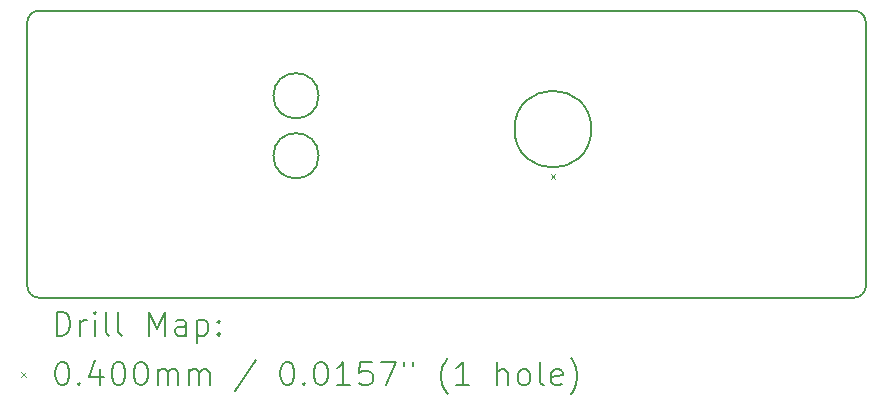
<source format=gbr>
%TF.GenerationSoftware,KiCad,Pcbnew,6.0.7-f9a2dced07~116~ubuntu20.04.1*%
%TF.CreationDate,2022-10-10T13:33:47-07:00*%
%TF.ProjectId,packaged-amp-panel-f,7061636b-6167-4656-942d-616d702d7061,rev?*%
%TF.SameCoordinates,Original*%
%TF.FileFunction,Drillmap*%
%TF.FilePolarity,Positive*%
%FSLAX45Y45*%
G04 Gerber Fmt 4.5, Leading zero omitted, Abs format (unit mm)*
G04 Created by KiCad (PCBNEW 6.0.7-f9a2dced07~116~ubuntu20.04.1) date 2022-10-10 13:33:47*
%MOMM*%
%LPD*%
G01*
G04 APERTURE LIST*
%ADD10C,0.200000*%
%ADD11C,0.040000*%
G04 APERTURE END LIST*
D10*
X10991500Y-10023500D02*
G75*
G03*
X10991500Y-10023500I-191500J0D01*
G01*
X8625000Y-11225000D02*
X15525000Y-11225000D01*
X15525000Y-11225000D02*
G75*
G03*
X15625000Y-11125000I0J100000D01*
G01*
X15625000Y-8895000D02*
G75*
G03*
X15525000Y-8795000I-100000J0D01*
G01*
X13300000Y-9797660D02*
G75*
G03*
X13300000Y-9797660I-325000J0D01*
G01*
X8525000Y-8895000D02*
X8525000Y-11125000D01*
X15525000Y-8795000D02*
X8625000Y-8795000D01*
X15625000Y-11125000D02*
X15625000Y-8895000D01*
X8625000Y-8795000D02*
G75*
G03*
X8525000Y-8895000I0J-100000D01*
G01*
X10991500Y-9515500D02*
G75*
G03*
X10991500Y-9515500I-191500J0D01*
G01*
X8525000Y-11125000D02*
G75*
G03*
X8625000Y-11225000I100000J0D01*
G01*
D11*
X12955000Y-10180000D02*
X12995000Y-10220000D01*
X12995000Y-10180000D02*
X12955000Y-10220000D01*
D10*
X8772619Y-11545476D02*
X8772619Y-11345476D01*
X8820238Y-11345476D01*
X8848810Y-11355000D01*
X8867857Y-11374048D01*
X8877381Y-11393095D01*
X8886905Y-11431190D01*
X8886905Y-11459762D01*
X8877381Y-11497857D01*
X8867857Y-11516905D01*
X8848810Y-11535952D01*
X8820238Y-11545476D01*
X8772619Y-11545476D01*
X8972619Y-11545476D02*
X8972619Y-11412143D01*
X8972619Y-11450238D02*
X8982143Y-11431190D01*
X8991667Y-11421667D01*
X9010714Y-11412143D01*
X9029762Y-11412143D01*
X9096429Y-11545476D02*
X9096429Y-11412143D01*
X9096429Y-11345476D02*
X9086905Y-11355000D01*
X9096429Y-11364524D01*
X9105952Y-11355000D01*
X9096429Y-11345476D01*
X9096429Y-11364524D01*
X9220238Y-11545476D02*
X9201190Y-11535952D01*
X9191667Y-11516905D01*
X9191667Y-11345476D01*
X9325000Y-11545476D02*
X9305952Y-11535952D01*
X9296429Y-11516905D01*
X9296429Y-11345476D01*
X9553571Y-11545476D02*
X9553571Y-11345476D01*
X9620238Y-11488333D01*
X9686905Y-11345476D01*
X9686905Y-11545476D01*
X9867857Y-11545476D02*
X9867857Y-11440714D01*
X9858333Y-11421667D01*
X9839286Y-11412143D01*
X9801190Y-11412143D01*
X9782143Y-11421667D01*
X9867857Y-11535952D02*
X9848810Y-11545476D01*
X9801190Y-11545476D01*
X9782143Y-11535952D01*
X9772619Y-11516905D01*
X9772619Y-11497857D01*
X9782143Y-11478809D01*
X9801190Y-11469286D01*
X9848810Y-11469286D01*
X9867857Y-11459762D01*
X9963095Y-11412143D02*
X9963095Y-11612143D01*
X9963095Y-11421667D02*
X9982143Y-11412143D01*
X10020238Y-11412143D01*
X10039286Y-11421667D01*
X10048810Y-11431190D01*
X10058333Y-11450238D01*
X10058333Y-11507381D01*
X10048810Y-11526428D01*
X10039286Y-11535952D01*
X10020238Y-11545476D01*
X9982143Y-11545476D01*
X9963095Y-11535952D01*
X10144048Y-11526428D02*
X10153571Y-11535952D01*
X10144048Y-11545476D01*
X10134524Y-11535952D01*
X10144048Y-11526428D01*
X10144048Y-11545476D01*
X10144048Y-11421667D02*
X10153571Y-11431190D01*
X10144048Y-11440714D01*
X10134524Y-11431190D01*
X10144048Y-11421667D01*
X10144048Y-11440714D01*
D11*
X8475000Y-11855000D02*
X8515000Y-11895000D01*
X8515000Y-11855000D02*
X8475000Y-11895000D01*
D10*
X8810714Y-11765476D02*
X8829762Y-11765476D01*
X8848810Y-11775000D01*
X8858333Y-11784524D01*
X8867857Y-11803571D01*
X8877381Y-11841667D01*
X8877381Y-11889286D01*
X8867857Y-11927381D01*
X8858333Y-11946428D01*
X8848810Y-11955952D01*
X8829762Y-11965476D01*
X8810714Y-11965476D01*
X8791667Y-11955952D01*
X8782143Y-11946428D01*
X8772619Y-11927381D01*
X8763095Y-11889286D01*
X8763095Y-11841667D01*
X8772619Y-11803571D01*
X8782143Y-11784524D01*
X8791667Y-11775000D01*
X8810714Y-11765476D01*
X8963095Y-11946428D02*
X8972619Y-11955952D01*
X8963095Y-11965476D01*
X8953571Y-11955952D01*
X8963095Y-11946428D01*
X8963095Y-11965476D01*
X9144048Y-11832143D02*
X9144048Y-11965476D01*
X9096429Y-11755952D02*
X9048810Y-11898809D01*
X9172619Y-11898809D01*
X9286905Y-11765476D02*
X9305952Y-11765476D01*
X9325000Y-11775000D01*
X9334524Y-11784524D01*
X9344048Y-11803571D01*
X9353571Y-11841667D01*
X9353571Y-11889286D01*
X9344048Y-11927381D01*
X9334524Y-11946428D01*
X9325000Y-11955952D01*
X9305952Y-11965476D01*
X9286905Y-11965476D01*
X9267857Y-11955952D01*
X9258333Y-11946428D01*
X9248810Y-11927381D01*
X9239286Y-11889286D01*
X9239286Y-11841667D01*
X9248810Y-11803571D01*
X9258333Y-11784524D01*
X9267857Y-11775000D01*
X9286905Y-11765476D01*
X9477381Y-11765476D02*
X9496429Y-11765476D01*
X9515476Y-11775000D01*
X9525000Y-11784524D01*
X9534524Y-11803571D01*
X9544048Y-11841667D01*
X9544048Y-11889286D01*
X9534524Y-11927381D01*
X9525000Y-11946428D01*
X9515476Y-11955952D01*
X9496429Y-11965476D01*
X9477381Y-11965476D01*
X9458333Y-11955952D01*
X9448810Y-11946428D01*
X9439286Y-11927381D01*
X9429762Y-11889286D01*
X9429762Y-11841667D01*
X9439286Y-11803571D01*
X9448810Y-11784524D01*
X9458333Y-11775000D01*
X9477381Y-11765476D01*
X9629762Y-11965476D02*
X9629762Y-11832143D01*
X9629762Y-11851190D02*
X9639286Y-11841667D01*
X9658333Y-11832143D01*
X9686905Y-11832143D01*
X9705952Y-11841667D01*
X9715476Y-11860714D01*
X9715476Y-11965476D01*
X9715476Y-11860714D02*
X9725000Y-11841667D01*
X9744048Y-11832143D01*
X9772619Y-11832143D01*
X9791667Y-11841667D01*
X9801190Y-11860714D01*
X9801190Y-11965476D01*
X9896429Y-11965476D02*
X9896429Y-11832143D01*
X9896429Y-11851190D02*
X9905952Y-11841667D01*
X9925000Y-11832143D01*
X9953571Y-11832143D01*
X9972619Y-11841667D01*
X9982143Y-11860714D01*
X9982143Y-11965476D01*
X9982143Y-11860714D02*
X9991667Y-11841667D01*
X10010714Y-11832143D01*
X10039286Y-11832143D01*
X10058333Y-11841667D01*
X10067857Y-11860714D01*
X10067857Y-11965476D01*
X10458333Y-11755952D02*
X10286905Y-12013095D01*
X10715476Y-11765476D02*
X10734524Y-11765476D01*
X10753571Y-11775000D01*
X10763095Y-11784524D01*
X10772619Y-11803571D01*
X10782143Y-11841667D01*
X10782143Y-11889286D01*
X10772619Y-11927381D01*
X10763095Y-11946428D01*
X10753571Y-11955952D01*
X10734524Y-11965476D01*
X10715476Y-11965476D01*
X10696429Y-11955952D01*
X10686905Y-11946428D01*
X10677381Y-11927381D01*
X10667857Y-11889286D01*
X10667857Y-11841667D01*
X10677381Y-11803571D01*
X10686905Y-11784524D01*
X10696429Y-11775000D01*
X10715476Y-11765476D01*
X10867857Y-11946428D02*
X10877381Y-11955952D01*
X10867857Y-11965476D01*
X10858333Y-11955952D01*
X10867857Y-11946428D01*
X10867857Y-11965476D01*
X11001190Y-11765476D02*
X11020238Y-11765476D01*
X11039286Y-11775000D01*
X11048810Y-11784524D01*
X11058333Y-11803571D01*
X11067857Y-11841667D01*
X11067857Y-11889286D01*
X11058333Y-11927381D01*
X11048810Y-11946428D01*
X11039286Y-11955952D01*
X11020238Y-11965476D01*
X11001190Y-11965476D01*
X10982143Y-11955952D01*
X10972619Y-11946428D01*
X10963095Y-11927381D01*
X10953571Y-11889286D01*
X10953571Y-11841667D01*
X10963095Y-11803571D01*
X10972619Y-11784524D01*
X10982143Y-11775000D01*
X11001190Y-11765476D01*
X11258333Y-11965476D02*
X11144048Y-11965476D01*
X11201190Y-11965476D02*
X11201190Y-11765476D01*
X11182143Y-11794048D01*
X11163095Y-11813095D01*
X11144048Y-11822619D01*
X11439286Y-11765476D02*
X11344048Y-11765476D01*
X11334524Y-11860714D01*
X11344048Y-11851190D01*
X11363095Y-11841667D01*
X11410714Y-11841667D01*
X11429762Y-11851190D01*
X11439286Y-11860714D01*
X11448809Y-11879762D01*
X11448809Y-11927381D01*
X11439286Y-11946428D01*
X11429762Y-11955952D01*
X11410714Y-11965476D01*
X11363095Y-11965476D01*
X11344048Y-11955952D01*
X11334524Y-11946428D01*
X11515476Y-11765476D02*
X11648809Y-11765476D01*
X11563095Y-11965476D01*
X11715476Y-11765476D02*
X11715476Y-11803571D01*
X11791667Y-11765476D02*
X11791667Y-11803571D01*
X12086905Y-12041667D02*
X12077381Y-12032143D01*
X12058333Y-12003571D01*
X12048809Y-11984524D01*
X12039286Y-11955952D01*
X12029762Y-11908333D01*
X12029762Y-11870238D01*
X12039286Y-11822619D01*
X12048809Y-11794048D01*
X12058333Y-11775000D01*
X12077381Y-11746428D01*
X12086905Y-11736905D01*
X12267857Y-11965476D02*
X12153571Y-11965476D01*
X12210714Y-11965476D02*
X12210714Y-11765476D01*
X12191667Y-11794048D01*
X12172619Y-11813095D01*
X12153571Y-11822619D01*
X12505952Y-11965476D02*
X12505952Y-11765476D01*
X12591667Y-11965476D02*
X12591667Y-11860714D01*
X12582143Y-11841667D01*
X12563095Y-11832143D01*
X12534524Y-11832143D01*
X12515476Y-11841667D01*
X12505952Y-11851190D01*
X12715476Y-11965476D02*
X12696428Y-11955952D01*
X12686905Y-11946428D01*
X12677381Y-11927381D01*
X12677381Y-11870238D01*
X12686905Y-11851190D01*
X12696428Y-11841667D01*
X12715476Y-11832143D01*
X12744048Y-11832143D01*
X12763095Y-11841667D01*
X12772619Y-11851190D01*
X12782143Y-11870238D01*
X12782143Y-11927381D01*
X12772619Y-11946428D01*
X12763095Y-11955952D01*
X12744048Y-11965476D01*
X12715476Y-11965476D01*
X12896428Y-11965476D02*
X12877381Y-11955952D01*
X12867857Y-11936905D01*
X12867857Y-11765476D01*
X13048809Y-11955952D02*
X13029762Y-11965476D01*
X12991667Y-11965476D01*
X12972619Y-11955952D01*
X12963095Y-11936905D01*
X12963095Y-11860714D01*
X12972619Y-11841667D01*
X12991667Y-11832143D01*
X13029762Y-11832143D01*
X13048809Y-11841667D01*
X13058333Y-11860714D01*
X13058333Y-11879762D01*
X12963095Y-11898809D01*
X13125000Y-12041667D02*
X13134524Y-12032143D01*
X13153571Y-12003571D01*
X13163095Y-11984524D01*
X13172619Y-11955952D01*
X13182143Y-11908333D01*
X13182143Y-11870238D01*
X13172619Y-11822619D01*
X13163095Y-11794048D01*
X13153571Y-11775000D01*
X13134524Y-11746428D01*
X13125000Y-11736905D01*
M02*

</source>
